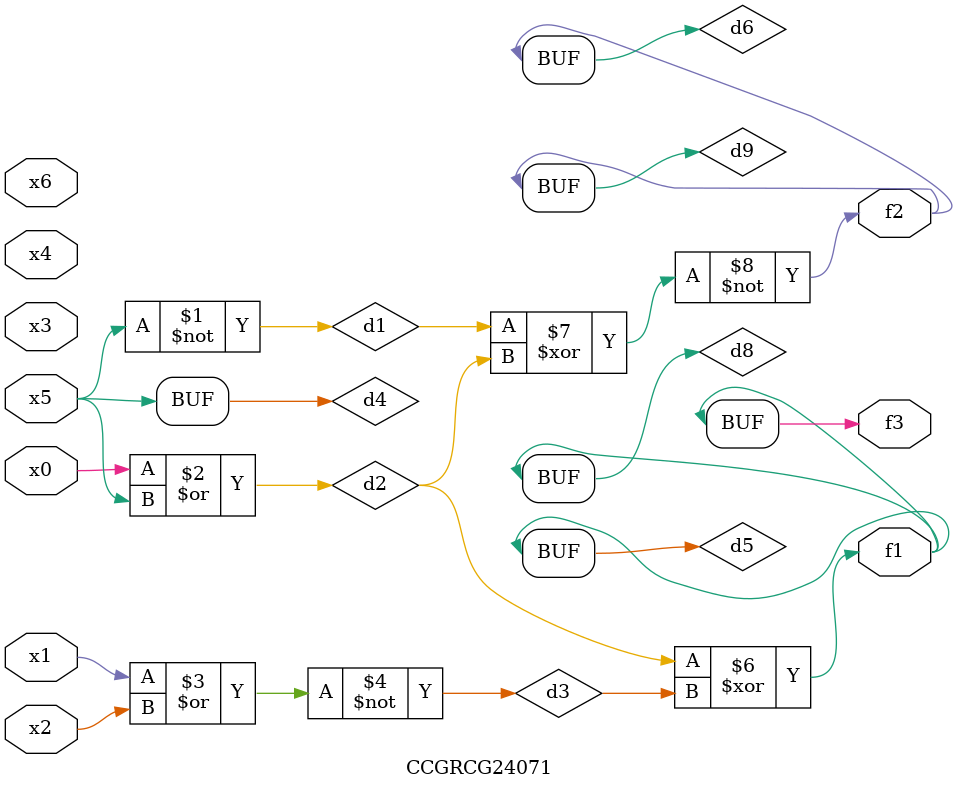
<source format=v>
module CCGRCG24071(
	input x0, x1, x2, x3, x4, x5, x6,
	output f1, f2, f3
);

	wire d1, d2, d3, d4, d5, d6, d7, d8, d9;

	nand (d1, x5);
	or (d2, x0, x5);
	nor (d3, x1, x2);
	xnor (d4, d1);
	xor (d5, d2, d3);
	xnor (d6, d1, d2);
	not (d7, x4);
	buf (d8, d5);
	xor (d9, d6);
	assign f1 = d8;
	assign f2 = d9;
	assign f3 = d8;
endmodule

</source>
